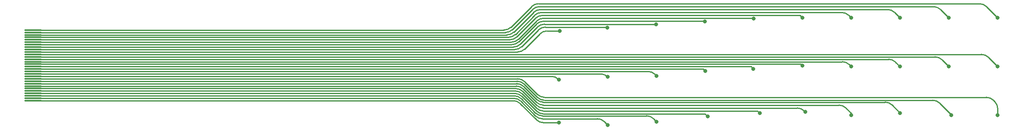
<source format=gbl>
G04 #@! TF.GenerationSoftware,KiCad,Pcbnew,(6.0.8)*
G04 #@! TF.CreationDate,2023-02-24T13:50:23-06:00*
G04 #@! TF.ProjectId,comb_electrodes,636f6d62-5f65-46c6-9563-74726f646573,rev?*
G04 #@! TF.SameCoordinates,Original*
G04 #@! TF.FileFunction,Copper,L2,Bot*
G04 #@! TF.FilePolarity,Positive*
%FSLAX46Y46*%
G04 Gerber Fmt 4.6, Leading zero omitted, Abs format (unit mm)*
G04 Created by KiCad (PCBNEW (6.0.8)) date 2023-02-24 13:50:23*
%MOMM*%
%LPD*%
G01*
G04 APERTURE LIST*
G04 Aperture macros list*
%AMRoundRect*
0 Rectangle with rounded corners*
0 $1 Rounding radius*
0 $2 $3 $4 $5 $6 $7 $8 $9 X,Y pos of 4 corners*
0 Add a 4 corners polygon primitive as box body*
4,1,4,$2,$3,$4,$5,$6,$7,$8,$9,$2,$3,0*
0 Add four circle primitives for the rounded corners*
1,1,$1+$1,$2,$3*
1,1,$1+$1,$4,$5*
1,1,$1+$1,$6,$7*
1,1,$1+$1,$8,$9*
0 Add four rect primitives between the rounded corners*
20,1,$1+$1,$2,$3,$4,$5,0*
20,1,$1+$1,$4,$5,$6,$7,0*
20,1,$1+$1,$6,$7,$8,$9,0*
20,1,$1+$1,$8,$9,$2,$3,0*%
G04 Aperture macros list end*
G04 #@! TA.AperFunction,SMDPad,CuDef*
%ADD10RoundRect,0.087500X1.662500X-0.087500X1.662500X0.087500X-1.662500X0.087500X-1.662500X-0.087500X0*%
G04 #@! TD*
G04 #@! TA.AperFunction,ViaPad*
%ADD11C,0.800000*%
G04 #@! TD*
G04 #@! TA.AperFunction,Conductor*
%ADD12C,0.250000*%
G04 #@! TD*
G04 APERTURE END LIST*
D10*
X58091214Y-74000000D03*
X58091214Y-74500000D03*
X58091214Y-75000000D03*
X58091214Y-75500000D03*
X58091214Y-76000000D03*
X58091214Y-76500000D03*
X58091214Y-77000000D03*
X58091214Y-77500000D03*
X58091214Y-78000000D03*
X58091214Y-78500000D03*
X58091214Y-79000000D03*
X58091214Y-79500000D03*
X58091214Y-80000000D03*
X58091214Y-80500000D03*
X58091214Y-81000000D03*
X58091214Y-81500000D03*
X58091214Y-82000000D03*
X58091214Y-82500000D03*
X58091214Y-83000000D03*
X58091214Y-83500000D03*
X58091214Y-84000000D03*
X58091214Y-84500000D03*
X58091214Y-85000000D03*
X58091214Y-85500000D03*
X58091214Y-86000000D03*
X58091214Y-86500000D03*
X58091214Y-87000000D03*
X58091214Y-87500000D03*
X58091214Y-88000000D03*
X58091214Y-88500000D03*
D11*
X255677000Y-71500000D03*
X245677000Y-71500000D03*
X235677000Y-71500000D03*
X225677000Y-71500000D03*
X215677000Y-71500000D03*
X205677000Y-71674001D03*
X195677000Y-72274500D03*
X185677000Y-72874500D03*
X175741792Y-73474500D03*
X166000000Y-74200000D03*
X255677000Y-81500000D03*
X245677000Y-81500000D03*
X235677000Y-81500000D03*
X225677000Y-81500000D03*
X215687625Y-81325500D03*
X205649925Y-82000000D03*
X195800000Y-82400000D03*
X185800000Y-83400000D03*
X175800000Y-83600000D03*
X165800000Y-84200000D03*
X165800000Y-93000000D03*
X175800000Y-93474500D03*
X185800000Y-92800000D03*
X196280196Y-91749000D03*
X206958675Y-91074500D03*
X216253000Y-90803000D03*
X225677000Y-91500000D03*
X235677000Y-91000000D03*
X246177000Y-91500000D03*
X255677000Y-91500000D03*
D12*
X158685801Y-85085773D02*
G75*
G03*
X157271573Y-84500000I-1414201J-1414227D01*
G01*
X183771573Y-91600020D02*
G75*
G02*
X185185786Y-92185788I27J-1999980D01*
G01*
X161214200Y-92414228D02*
G75*
G03*
X162628427Y-93000000I1414200J1414228D01*
G01*
X243785801Y-88985773D02*
G75*
G03*
X242371573Y-88400000I-1414201J-1414227D01*
G01*
X161414200Y-87814228D02*
G75*
G03*
X162828427Y-88400000I1414200J1414228D01*
G01*
X162428427Y-91599980D02*
G75*
G02*
X161014215Y-91014213I-27J1999980D01*
G01*
X156671573Y-87500020D02*
G75*
G02*
X158085786Y-88085788I27J-1999980D01*
G01*
X162628427Y-91199980D02*
G75*
G02*
X161214215Y-90614213I-27J1999980D01*
G01*
X162628427Y-89999980D02*
G75*
G02*
X161214215Y-89414213I-27J1999980D01*
G01*
X162629924Y-90601480D02*
G75*
G02*
X161215712Y-90015710I-24J1999980D01*
G01*
X156871573Y-86500020D02*
G75*
G02*
X158285786Y-87085788I27J-1999980D01*
G01*
X234063300Y-89386272D02*
G75*
G03*
X232649072Y-88800499I-1414200J-1414228D01*
G01*
X161214700Y-88214726D02*
G75*
G03*
X162628926Y-88800499I1414200J1414226D01*
G01*
X255676980Y-90105427D02*
G75*
G03*
X255091213Y-88691215I-1999980J27D01*
G01*
X254785801Y-88385773D02*
G75*
G03*
X253371573Y-87800000I-1414201J-1414227D01*
G01*
X161414200Y-87214228D02*
G75*
G03*
X162828427Y-87800000I1414200J1414228D01*
G01*
X158785801Y-84585773D02*
G75*
G03*
X157371573Y-84000000I-1414201J-1414227D01*
G01*
X156571573Y-88000020D02*
G75*
G02*
X157985785Y-88585787I27J-1999980D01*
G01*
X162428427Y-92199980D02*
G75*
G02*
X161014214Y-91614212I-27J1999980D01*
G01*
X173697073Y-92200020D02*
G75*
G02*
X175111285Y-92785787I27J-1999980D01*
G01*
X158185801Y-87585773D02*
G75*
G03*
X156771573Y-87000000I-1414201J-1414227D01*
G01*
X158585801Y-85585773D02*
G75*
G03*
X157171573Y-85000000I-1414201J-1414227D01*
G01*
X158385801Y-86585773D02*
G75*
G03*
X156971573Y-86000000I-1414201J-1414227D01*
G01*
X224586300Y-89986272D02*
G75*
G03*
X223172072Y-89400499I-1414200J-1414228D01*
G01*
X161214700Y-88814726D02*
G75*
G03*
X162628926Y-89400499I1414200J1414226D01*
G01*
X158485801Y-86085773D02*
G75*
G03*
X157071573Y-85500000I-1414201J-1414227D01*
G01*
X157885801Y-89085773D02*
G75*
G03*
X156471573Y-88500000I-1414201J-1414227D01*
G01*
X214621573Y-90000020D02*
G75*
G02*
X216035786Y-90585788I27J-1999980D01*
G01*
X175785801Y-83585773D02*
G75*
G03*
X174371573Y-83000000I-1414201J-1414227D01*
G01*
X225262801Y-81085773D02*
G75*
G03*
X223848573Y-80500000I-1414201J-1414227D01*
G01*
X233348573Y-80000020D02*
G75*
G02*
X234762786Y-80585788I27J-1999980D01*
G01*
X165685801Y-84085773D02*
G75*
G03*
X164271573Y-83500000I-1414201J-1414227D01*
G01*
X242848573Y-79500020D02*
G75*
G02*
X244262786Y-80085788I27J-1999980D01*
G01*
X184071573Y-82500020D02*
G75*
G02*
X185485786Y-83085788I27J-1999980D01*
G01*
X253762801Y-79585773D02*
G75*
G03*
X252348573Y-79000000I-1414201J-1414227D01*
G01*
X162228427Y-70400020D02*
G75*
G03*
X160814215Y-70985787I-27J-1999980D01*
G01*
X223748573Y-70400020D02*
G75*
G02*
X225162786Y-70985788I27J-1999980D01*
G01*
X162628427Y-72200020D02*
G75*
G03*
X161214215Y-72785787I-27J-1999980D01*
G01*
X156171573Y-76999980D02*
G75*
G03*
X157585786Y-76414212I27J1999980D01*
G01*
X156885801Y-74914227D02*
G75*
G02*
X155471573Y-75500000I-1414201J1414227D01*
G01*
X162628427Y-71600020D02*
G75*
G03*
X161214215Y-72185787I-27J-1999980D01*
G01*
X156071573Y-76499980D02*
G75*
G03*
X157485786Y-75914212I27J1999980D01*
G01*
X243962801Y-69785773D02*
G75*
G03*
X242548573Y-69200000I-1414201J-1414227D01*
G01*
X161828427Y-69200020D02*
G75*
G03*
X160414215Y-69785787I-27J-1999980D01*
G01*
X156285801Y-73914227D02*
G75*
G02*
X154871573Y-74500000I-1414201J1414227D01*
G01*
X157185801Y-75414227D02*
G75*
G02*
X155771573Y-76000000I-1414201J1414227D01*
G01*
X161014700Y-71585274D02*
G75*
G02*
X162428926Y-70999501I1414200J-1414226D01*
G01*
X233148573Y-69800020D02*
G75*
G02*
X234562786Y-70385788I27J-1999980D01*
G01*
X163340497Y-74199998D02*
G75*
G03*
X161926284Y-74785786I3J-2000002D01*
G01*
X251948573Y-68600020D02*
G75*
G02*
X253362785Y-69185787I27J-1999980D01*
G01*
X161414200Y-73385772D02*
G75*
G02*
X162828427Y-72800000I1414200J-1414228D01*
G01*
X158185801Y-77414227D02*
G75*
G02*
X156771573Y-78000000I-1414201J1414227D01*
G01*
X158797836Y-77914192D02*
G75*
G02*
X157383643Y-78500000I-1414236J1414192D01*
G01*
X157885801Y-76914227D02*
G75*
G02*
X156471573Y-77500000I-1414201J1414227D01*
G01*
X161614200Y-73985772D02*
G75*
G02*
X163028427Y-73400000I1414200J-1414228D01*
G01*
X162028427Y-69800020D02*
G75*
G03*
X160614215Y-70385787I-27J-1999980D01*
G01*
X156585801Y-74414227D02*
G75*
G02*
X155171573Y-75000000I-1414201J1414227D01*
G01*
X154568670Y-73999978D02*
G75*
G03*
X155982883Y-73414214I30J1999978D01*
G01*
X161625524Y-68600018D02*
G75*
G03*
X160211311Y-69185788I-24J-1999982D01*
G01*
X243962787Y-69785787D02*
X245677000Y-71500000D01*
X161828427Y-69200000D02*
X242548573Y-69200000D01*
X156285787Y-73914213D02*
X160414214Y-69785786D01*
X58091214Y-74500000D02*
X154871573Y-74500000D01*
X160211310Y-69185787D02*
X155982883Y-73414214D01*
X251948573Y-68600000D02*
X161625524Y-68600000D01*
X255677000Y-71500000D02*
X253362786Y-69185786D01*
X154568670Y-74000000D02*
X58091214Y-74000000D01*
X205602999Y-71600000D02*
X205677000Y-71674001D01*
X58091214Y-76500000D02*
X156071573Y-76500000D01*
X162628427Y-72200000D02*
X195602500Y-72200000D01*
X195602500Y-72200000D02*
X195677000Y-72274500D01*
X157485787Y-75914213D02*
X161214214Y-72185786D01*
X157585787Y-76414213D02*
X161214214Y-72785786D01*
X58091214Y-77000000D02*
X156171573Y-77000000D01*
X162628427Y-71600000D02*
X205602999Y-71600000D01*
X185602500Y-72800000D02*
X185677000Y-72874500D01*
X175667292Y-73400000D02*
X175741792Y-73474500D01*
X58091214Y-78000000D02*
X156771573Y-78000000D01*
X58091214Y-77500000D02*
X156471573Y-77500000D01*
X157885787Y-76914213D02*
X161414214Y-73385786D01*
X162828427Y-72800000D02*
X185602500Y-72800000D01*
X163028427Y-73400000D02*
X175667292Y-73400000D01*
X158185787Y-77414213D02*
X161614214Y-73985786D01*
X162028427Y-69800000D02*
X233148573Y-69800000D01*
X156585787Y-74414213D02*
X160614214Y-70385786D01*
X234562787Y-70385787D02*
X235677000Y-71500000D01*
X58091214Y-75000000D02*
X155171573Y-75000000D01*
X225162787Y-70985787D02*
X225677000Y-71500000D01*
X162228427Y-70400000D02*
X223748573Y-70400000D01*
X156885787Y-74914213D02*
X160814214Y-70985786D01*
X58091214Y-75500000D02*
X155471573Y-75500000D01*
X215176501Y-70999501D02*
X215677000Y-71500000D01*
X58091214Y-76000000D02*
X155771573Y-76000000D01*
X162428926Y-70999501D02*
X215176501Y-70999501D01*
X157185787Y-75414213D02*
X161014713Y-71585287D01*
X163340497Y-74200000D02*
X166000000Y-74200000D01*
X158797857Y-77914213D02*
X161926284Y-74785786D01*
X58091214Y-78500000D02*
X157383643Y-78500000D01*
X195731196Y-91200000D02*
X196280196Y-91749000D01*
X162628427Y-91200000D02*
X195731196Y-91200000D01*
X158185787Y-87585787D02*
X161214214Y-90614214D01*
X58091214Y-87000000D02*
X156771573Y-87000000D01*
X185185787Y-92185787D02*
X185800000Y-92800000D01*
X162428427Y-91600000D02*
X183771573Y-91600000D01*
X158085787Y-88085787D02*
X161014214Y-91014214D01*
X58091214Y-87500000D02*
X156671573Y-87500000D01*
X161014213Y-91614213D02*
X157985786Y-88585786D01*
X173697073Y-92200000D02*
X162428427Y-92200000D01*
X156571573Y-88000000D02*
X58091214Y-88000000D01*
X175800000Y-93474500D02*
X175111286Y-92785786D01*
X162628427Y-93000000D02*
X165800000Y-93000000D01*
X157885787Y-89085787D02*
X161214214Y-92414214D01*
X58091214Y-88500000D02*
X156471573Y-88500000D01*
X162628427Y-90000000D02*
X214621573Y-90000000D01*
X158385787Y-86585787D02*
X161214214Y-89414214D01*
X58091214Y-86000000D02*
X156971573Y-86000000D01*
X216035787Y-90585787D02*
X216253000Y-90803000D01*
X225677000Y-91077000D02*
X225677000Y-91500000D01*
X224586286Y-89986286D02*
X225677000Y-91077000D01*
X158485787Y-86085787D02*
X161214713Y-88814713D01*
X162628926Y-89400499D02*
X223172072Y-89400499D01*
X58091214Y-85500000D02*
X157071573Y-85500000D01*
X206485672Y-90601497D02*
X206958675Y-91074500D01*
X162629924Y-90601497D02*
X206485672Y-90601497D01*
X158285787Y-87085787D02*
X161215711Y-90015711D01*
X58091214Y-86500000D02*
X156871573Y-86500000D01*
X162628926Y-88800499D02*
X232649072Y-88800499D01*
X158585787Y-85585787D02*
X161214713Y-88214713D01*
X234063286Y-89386286D02*
X235677000Y-91000000D01*
X58091214Y-85000000D02*
X157171573Y-85000000D01*
X246177000Y-91377000D02*
X246177000Y-91500000D01*
X162828427Y-88400000D02*
X242371573Y-88400000D01*
X158685787Y-85085787D02*
X161414214Y-87814214D01*
X243785787Y-88985787D02*
X246177000Y-91377000D01*
X58091214Y-84500000D02*
X157271573Y-84500000D01*
X255677000Y-90105427D02*
X255677000Y-91500000D01*
X254785787Y-88385787D02*
X255091214Y-88691214D01*
X158785787Y-84585787D02*
X161414214Y-87214214D01*
X162828427Y-87800000D02*
X253371573Y-87800000D01*
X58091214Y-84000000D02*
X157371573Y-84000000D01*
X253762787Y-79585787D02*
X255677000Y-81500000D01*
X58091214Y-79000000D02*
X252348573Y-79000000D01*
X58091214Y-79500000D02*
X242848573Y-79500000D01*
X244262787Y-80085787D02*
X245677000Y-81500000D01*
X58091214Y-80000000D02*
X233348573Y-80000000D01*
X234762787Y-80585787D02*
X235677000Y-81500000D01*
X225262787Y-81085787D02*
X225677000Y-81500000D01*
X58091214Y-80500000D02*
X223848573Y-80500000D01*
X58091214Y-81000000D02*
X215362125Y-81000000D01*
X215362125Y-81000000D02*
X215687625Y-81325500D01*
X58091214Y-81500000D02*
X205149925Y-81500000D01*
X205149925Y-81500000D02*
X205649925Y-82000000D01*
X195400000Y-82000000D02*
X195800000Y-82400000D01*
X58091214Y-82000000D02*
X195400000Y-82000000D01*
X58091214Y-82500000D02*
X184071573Y-82500000D01*
X185485787Y-83085787D02*
X185800000Y-83400000D01*
X175785787Y-83585787D02*
X175800000Y-83600000D01*
X58091214Y-83000000D02*
X174371573Y-83000000D01*
X58091214Y-83500000D02*
X164271573Y-83500000D01*
X165685787Y-84085787D02*
X165800000Y-84200000D01*
M02*

</source>
